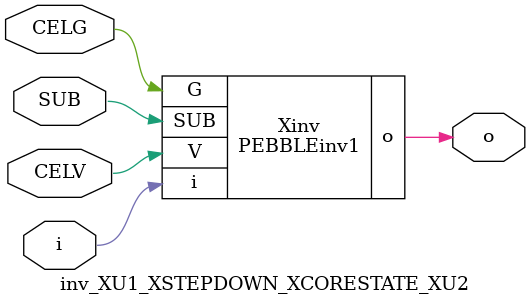
<source format=v>



module PEBBLEinv1 ( o, G, SUB, V, i );

  input V;
  input i;
  input G;
  output o;
  input SUB;
endmodule

//Celera Confidential Do Not Copy inv_XU1_XSTEPDOWN_XCORESTATE_XU2
//Celera Confidential Symbol Generator
//5V Inverter
module inv_XU1_XSTEPDOWN_XCORESTATE_XU2 (CELV,CELG,i,o,SUB);
input CELV;
input CELG;
input i;
input SUB;
output o;

//Celera Confidential Do Not Copy inv
PEBBLEinv1 Xinv(
.V (CELV),
.i (i),
.o (o),
.SUB (SUB),
.G (CELG)
);
//,diesize,PEBBLEinv1

//Celera Confidential Do Not Copy Module End
//Celera Schematic Generator
endmodule

</source>
